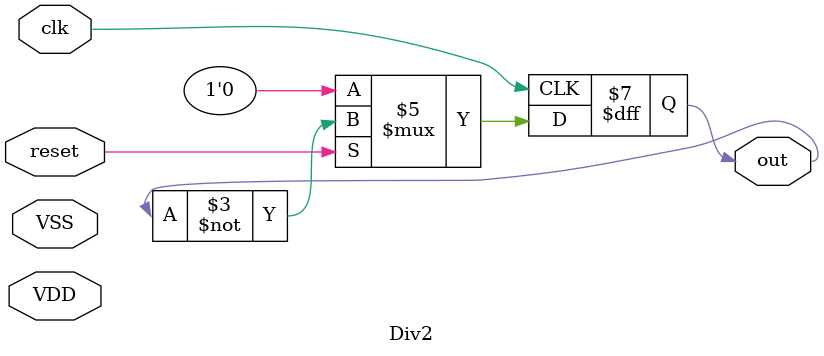
<source format=v>
module Div2(
	input	reset,
	input	clk,
	output	reg out,
	inout	VDD,
	inout	VSS
);

	// reg [2:0] count;

	always @(posedge clk) begin
		if (~reset) begin
			// count <= 0;
			out <= 0;
		end else begin
			// count[0] <= count[1];
			// count[1] <= ~count[2];
			// count[2] <= count[0];
			// if (~count[2] & ~count[1])
			out = ~out;
		end
	end
endmodule
</source>
